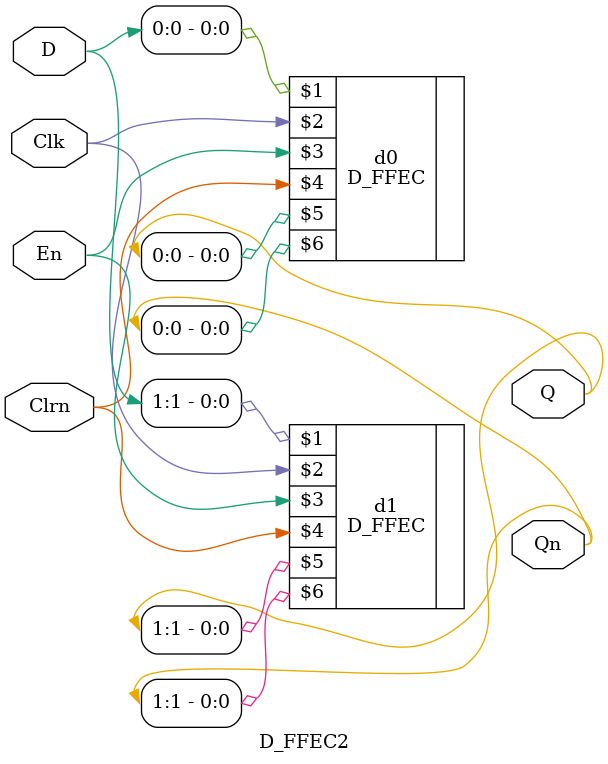
<source format=v>
`timescale 1ns / 1ps


module D_FFEC2(D,Clk,En,Clrn,Q,Qn);
input [1:0]D;
input Clk,En,Clrn;
output [1:0]Q,Qn;

D_FFEC d0(D[0],Clk,En,Clrn,Q[0],Qn[0]);
D_FFEC d1(D[1],Clk,En,Clrn,Q[1],Qn[1]);

endmodule

</source>
